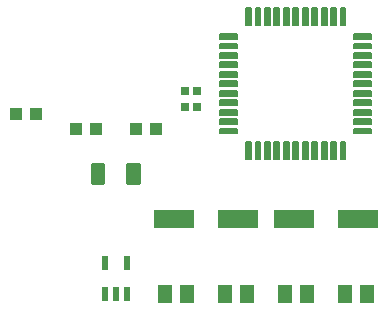
<source format=gbr>
G04 EAGLE Gerber RS-274X export*
G75*
%MOMM*%
%FSLAX34Y34*%
%LPD*%
%INSolderpaste Top*%
%IPPOS*%
%AMOC8*
5,1,8,0,0,1.08239X$1,22.5*%
G01*
%ADD10R,1.100000X1.000000*%
%ADD11R,3.500000X1.600000*%
%ADD12R,0.550000X1.200000*%
%ADD13R,1.300000X1.500000*%
%ADD14C,0.300000*%
%ADD15C,0.137500*%
%ADD16R,0.700000X0.750000*%


D10*
X893200Y571500D03*
X910200Y571500D03*
X842400Y584200D03*
X859400Y584200D03*
X944000Y571500D03*
X961000Y571500D03*
D11*
X1131900Y495300D03*
X1077900Y495300D03*
X976300Y495300D03*
X1030300Y495300D03*
D12*
X917600Y431499D03*
X927100Y431499D03*
X936600Y431499D03*
X936600Y457501D03*
X917600Y457501D03*
D13*
X1019200Y431800D03*
X1038200Y431800D03*
X968400Y431800D03*
X987400Y431800D03*
X1120800Y431800D03*
X1139800Y431800D03*
D14*
X916550Y525800D02*
X907550Y525800D01*
X907550Y541000D01*
X916550Y541000D01*
X916550Y525800D01*
X916550Y528650D02*
X907550Y528650D01*
X907550Y531500D02*
X916550Y531500D01*
X916550Y534350D02*
X907550Y534350D01*
X907550Y537200D02*
X916550Y537200D01*
X916550Y540050D02*
X907550Y540050D01*
X937650Y525800D02*
X946650Y525800D01*
X937650Y525800D02*
X937650Y541000D01*
X946650Y541000D01*
X946650Y525800D01*
X946650Y528650D02*
X937650Y528650D01*
X937650Y531500D02*
X946650Y531500D01*
X946650Y534350D02*
X937650Y534350D01*
X937650Y537200D02*
X946650Y537200D01*
X946650Y540050D02*
X937650Y540050D01*
D13*
X1070000Y431800D03*
X1089000Y431800D03*
D15*
X1041563Y545487D02*
X1041563Y560113D01*
X1041563Y545487D02*
X1037437Y545487D01*
X1037437Y560113D01*
X1041563Y560113D01*
X1041563Y546793D02*
X1037437Y546793D01*
X1037437Y548099D02*
X1041563Y548099D01*
X1041563Y549405D02*
X1037437Y549405D01*
X1037437Y550711D02*
X1041563Y550711D01*
X1041563Y552017D02*
X1037437Y552017D01*
X1037437Y553323D02*
X1041563Y553323D01*
X1041563Y554629D02*
X1037437Y554629D01*
X1037437Y555935D02*
X1041563Y555935D01*
X1041563Y557241D02*
X1037437Y557241D01*
X1037437Y558547D02*
X1041563Y558547D01*
X1041563Y559853D02*
X1037437Y559853D01*
X1049563Y560113D02*
X1049563Y545487D01*
X1045437Y545487D01*
X1045437Y560113D01*
X1049563Y560113D01*
X1049563Y546793D02*
X1045437Y546793D01*
X1045437Y548099D02*
X1049563Y548099D01*
X1049563Y549405D02*
X1045437Y549405D01*
X1045437Y550711D02*
X1049563Y550711D01*
X1049563Y552017D02*
X1045437Y552017D01*
X1045437Y553323D02*
X1049563Y553323D01*
X1049563Y554629D02*
X1045437Y554629D01*
X1045437Y555935D02*
X1049563Y555935D01*
X1049563Y557241D02*
X1045437Y557241D01*
X1045437Y558547D02*
X1049563Y558547D01*
X1049563Y559853D02*
X1045437Y559853D01*
X1057563Y560113D02*
X1057563Y545487D01*
X1053437Y545487D01*
X1053437Y560113D01*
X1057563Y560113D01*
X1057563Y546793D02*
X1053437Y546793D01*
X1053437Y548099D02*
X1057563Y548099D01*
X1057563Y549405D02*
X1053437Y549405D01*
X1053437Y550711D02*
X1057563Y550711D01*
X1057563Y552017D02*
X1053437Y552017D01*
X1053437Y553323D02*
X1057563Y553323D01*
X1057563Y554629D02*
X1053437Y554629D01*
X1053437Y555935D02*
X1057563Y555935D01*
X1057563Y557241D02*
X1053437Y557241D01*
X1053437Y558547D02*
X1057563Y558547D01*
X1057563Y559853D02*
X1053437Y559853D01*
X1065563Y560113D02*
X1065563Y545487D01*
X1061437Y545487D01*
X1061437Y560113D01*
X1065563Y560113D01*
X1065563Y546793D02*
X1061437Y546793D01*
X1061437Y548099D02*
X1065563Y548099D01*
X1065563Y549405D02*
X1061437Y549405D01*
X1061437Y550711D02*
X1065563Y550711D01*
X1065563Y552017D02*
X1061437Y552017D01*
X1061437Y553323D02*
X1065563Y553323D01*
X1065563Y554629D02*
X1061437Y554629D01*
X1061437Y555935D02*
X1065563Y555935D01*
X1065563Y557241D02*
X1061437Y557241D01*
X1061437Y558547D02*
X1065563Y558547D01*
X1065563Y559853D02*
X1061437Y559853D01*
X1073563Y560113D02*
X1073563Y545487D01*
X1069437Y545487D01*
X1069437Y560113D01*
X1073563Y560113D01*
X1073563Y546793D02*
X1069437Y546793D01*
X1069437Y548099D02*
X1073563Y548099D01*
X1073563Y549405D02*
X1069437Y549405D01*
X1069437Y550711D02*
X1073563Y550711D01*
X1073563Y552017D02*
X1069437Y552017D01*
X1069437Y553323D02*
X1073563Y553323D01*
X1073563Y554629D02*
X1069437Y554629D01*
X1069437Y555935D02*
X1073563Y555935D01*
X1073563Y557241D02*
X1069437Y557241D01*
X1069437Y558547D02*
X1073563Y558547D01*
X1073563Y559853D02*
X1069437Y559853D01*
X1081563Y560113D02*
X1081563Y545487D01*
X1077437Y545487D01*
X1077437Y560113D01*
X1081563Y560113D01*
X1081563Y546793D02*
X1077437Y546793D01*
X1077437Y548099D02*
X1081563Y548099D01*
X1081563Y549405D02*
X1077437Y549405D01*
X1077437Y550711D02*
X1081563Y550711D01*
X1081563Y552017D02*
X1077437Y552017D01*
X1077437Y553323D02*
X1081563Y553323D01*
X1081563Y554629D02*
X1077437Y554629D01*
X1077437Y555935D02*
X1081563Y555935D01*
X1081563Y557241D02*
X1077437Y557241D01*
X1077437Y558547D02*
X1081563Y558547D01*
X1081563Y559853D02*
X1077437Y559853D01*
X1089563Y560113D02*
X1089563Y545487D01*
X1085437Y545487D01*
X1085437Y560113D01*
X1089563Y560113D01*
X1089563Y546793D02*
X1085437Y546793D01*
X1085437Y548099D02*
X1089563Y548099D01*
X1089563Y549405D02*
X1085437Y549405D01*
X1085437Y550711D02*
X1089563Y550711D01*
X1089563Y552017D02*
X1085437Y552017D01*
X1085437Y553323D02*
X1089563Y553323D01*
X1089563Y554629D02*
X1085437Y554629D01*
X1085437Y555935D02*
X1089563Y555935D01*
X1089563Y557241D02*
X1085437Y557241D01*
X1085437Y558547D02*
X1089563Y558547D01*
X1089563Y559853D02*
X1085437Y559853D01*
X1097563Y560113D02*
X1097563Y545487D01*
X1093437Y545487D01*
X1093437Y560113D01*
X1097563Y560113D01*
X1097563Y546793D02*
X1093437Y546793D01*
X1093437Y548099D02*
X1097563Y548099D01*
X1097563Y549405D02*
X1093437Y549405D01*
X1093437Y550711D02*
X1097563Y550711D01*
X1097563Y552017D02*
X1093437Y552017D01*
X1093437Y553323D02*
X1097563Y553323D01*
X1097563Y554629D02*
X1093437Y554629D01*
X1093437Y555935D02*
X1097563Y555935D01*
X1097563Y557241D02*
X1093437Y557241D01*
X1093437Y558547D02*
X1097563Y558547D01*
X1097563Y559853D02*
X1093437Y559853D01*
X1105563Y560113D02*
X1105563Y545487D01*
X1101437Y545487D01*
X1101437Y560113D01*
X1105563Y560113D01*
X1105563Y546793D02*
X1101437Y546793D01*
X1101437Y548099D02*
X1105563Y548099D01*
X1105563Y549405D02*
X1101437Y549405D01*
X1101437Y550711D02*
X1105563Y550711D01*
X1105563Y552017D02*
X1101437Y552017D01*
X1101437Y553323D02*
X1105563Y553323D01*
X1105563Y554629D02*
X1101437Y554629D01*
X1101437Y555935D02*
X1105563Y555935D01*
X1105563Y557241D02*
X1101437Y557241D01*
X1101437Y558547D02*
X1105563Y558547D01*
X1105563Y559853D02*
X1101437Y559853D01*
X1113563Y560113D02*
X1113563Y545487D01*
X1109437Y545487D01*
X1109437Y560113D01*
X1113563Y560113D01*
X1113563Y546793D02*
X1109437Y546793D01*
X1109437Y548099D02*
X1113563Y548099D01*
X1113563Y549405D02*
X1109437Y549405D01*
X1109437Y550711D02*
X1113563Y550711D01*
X1113563Y552017D02*
X1109437Y552017D01*
X1109437Y553323D02*
X1113563Y553323D01*
X1113563Y554629D02*
X1109437Y554629D01*
X1109437Y555935D02*
X1113563Y555935D01*
X1113563Y557241D02*
X1109437Y557241D01*
X1109437Y558547D02*
X1113563Y558547D01*
X1113563Y559853D02*
X1109437Y559853D01*
X1121563Y560113D02*
X1121563Y545487D01*
X1117437Y545487D01*
X1117437Y560113D01*
X1121563Y560113D01*
X1121563Y546793D02*
X1117437Y546793D01*
X1117437Y548099D02*
X1121563Y548099D01*
X1121563Y549405D02*
X1117437Y549405D01*
X1117437Y550711D02*
X1121563Y550711D01*
X1121563Y552017D02*
X1117437Y552017D01*
X1117437Y553323D02*
X1121563Y553323D01*
X1121563Y554629D02*
X1117437Y554629D01*
X1117437Y555935D02*
X1121563Y555935D01*
X1121563Y557241D02*
X1117437Y557241D01*
X1117437Y558547D02*
X1121563Y558547D01*
X1121563Y559853D02*
X1117437Y559853D01*
X1121563Y659087D02*
X1121563Y673713D01*
X1121563Y659087D02*
X1117437Y659087D01*
X1117437Y673713D01*
X1121563Y673713D01*
X1121563Y660393D02*
X1117437Y660393D01*
X1117437Y661699D02*
X1121563Y661699D01*
X1121563Y663005D02*
X1117437Y663005D01*
X1117437Y664311D02*
X1121563Y664311D01*
X1121563Y665617D02*
X1117437Y665617D01*
X1117437Y666923D02*
X1121563Y666923D01*
X1121563Y668229D02*
X1117437Y668229D01*
X1117437Y669535D02*
X1121563Y669535D01*
X1121563Y670841D02*
X1117437Y670841D01*
X1117437Y672147D02*
X1121563Y672147D01*
X1121563Y673453D02*
X1117437Y673453D01*
X1113563Y673713D02*
X1113563Y659087D01*
X1109437Y659087D01*
X1109437Y673713D01*
X1113563Y673713D01*
X1113563Y660393D02*
X1109437Y660393D01*
X1109437Y661699D02*
X1113563Y661699D01*
X1113563Y663005D02*
X1109437Y663005D01*
X1109437Y664311D02*
X1113563Y664311D01*
X1113563Y665617D02*
X1109437Y665617D01*
X1109437Y666923D02*
X1113563Y666923D01*
X1113563Y668229D02*
X1109437Y668229D01*
X1109437Y669535D02*
X1113563Y669535D01*
X1113563Y670841D02*
X1109437Y670841D01*
X1109437Y672147D02*
X1113563Y672147D01*
X1113563Y673453D02*
X1109437Y673453D01*
X1105563Y673713D02*
X1105563Y659087D01*
X1101437Y659087D01*
X1101437Y673713D01*
X1105563Y673713D01*
X1105563Y660393D02*
X1101437Y660393D01*
X1101437Y661699D02*
X1105563Y661699D01*
X1105563Y663005D02*
X1101437Y663005D01*
X1101437Y664311D02*
X1105563Y664311D01*
X1105563Y665617D02*
X1101437Y665617D01*
X1101437Y666923D02*
X1105563Y666923D01*
X1105563Y668229D02*
X1101437Y668229D01*
X1101437Y669535D02*
X1105563Y669535D01*
X1105563Y670841D02*
X1101437Y670841D01*
X1101437Y672147D02*
X1105563Y672147D01*
X1105563Y673453D02*
X1101437Y673453D01*
X1097563Y673713D02*
X1097563Y659087D01*
X1093437Y659087D01*
X1093437Y673713D01*
X1097563Y673713D01*
X1097563Y660393D02*
X1093437Y660393D01*
X1093437Y661699D02*
X1097563Y661699D01*
X1097563Y663005D02*
X1093437Y663005D01*
X1093437Y664311D02*
X1097563Y664311D01*
X1097563Y665617D02*
X1093437Y665617D01*
X1093437Y666923D02*
X1097563Y666923D01*
X1097563Y668229D02*
X1093437Y668229D01*
X1093437Y669535D02*
X1097563Y669535D01*
X1097563Y670841D02*
X1093437Y670841D01*
X1093437Y672147D02*
X1097563Y672147D01*
X1097563Y673453D02*
X1093437Y673453D01*
X1089563Y673713D02*
X1089563Y659087D01*
X1085437Y659087D01*
X1085437Y673713D01*
X1089563Y673713D01*
X1089563Y660393D02*
X1085437Y660393D01*
X1085437Y661699D02*
X1089563Y661699D01*
X1089563Y663005D02*
X1085437Y663005D01*
X1085437Y664311D02*
X1089563Y664311D01*
X1089563Y665617D02*
X1085437Y665617D01*
X1085437Y666923D02*
X1089563Y666923D01*
X1089563Y668229D02*
X1085437Y668229D01*
X1085437Y669535D02*
X1089563Y669535D01*
X1089563Y670841D02*
X1085437Y670841D01*
X1085437Y672147D02*
X1089563Y672147D01*
X1089563Y673453D02*
X1085437Y673453D01*
X1081563Y673713D02*
X1081563Y659087D01*
X1077437Y659087D01*
X1077437Y673713D01*
X1081563Y673713D01*
X1081563Y660393D02*
X1077437Y660393D01*
X1077437Y661699D02*
X1081563Y661699D01*
X1081563Y663005D02*
X1077437Y663005D01*
X1077437Y664311D02*
X1081563Y664311D01*
X1081563Y665617D02*
X1077437Y665617D01*
X1077437Y666923D02*
X1081563Y666923D01*
X1081563Y668229D02*
X1077437Y668229D01*
X1077437Y669535D02*
X1081563Y669535D01*
X1081563Y670841D02*
X1077437Y670841D01*
X1077437Y672147D02*
X1081563Y672147D01*
X1081563Y673453D02*
X1077437Y673453D01*
X1073563Y673713D02*
X1073563Y659087D01*
X1069437Y659087D01*
X1069437Y673713D01*
X1073563Y673713D01*
X1073563Y660393D02*
X1069437Y660393D01*
X1069437Y661699D02*
X1073563Y661699D01*
X1073563Y663005D02*
X1069437Y663005D01*
X1069437Y664311D02*
X1073563Y664311D01*
X1073563Y665617D02*
X1069437Y665617D01*
X1069437Y666923D02*
X1073563Y666923D01*
X1073563Y668229D02*
X1069437Y668229D01*
X1069437Y669535D02*
X1073563Y669535D01*
X1073563Y670841D02*
X1069437Y670841D01*
X1069437Y672147D02*
X1073563Y672147D01*
X1073563Y673453D02*
X1069437Y673453D01*
X1065563Y673713D02*
X1065563Y659087D01*
X1061437Y659087D01*
X1061437Y673713D01*
X1065563Y673713D01*
X1065563Y660393D02*
X1061437Y660393D01*
X1061437Y661699D02*
X1065563Y661699D01*
X1065563Y663005D02*
X1061437Y663005D01*
X1061437Y664311D02*
X1065563Y664311D01*
X1065563Y665617D02*
X1061437Y665617D01*
X1061437Y666923D02*
X1065563Y666923D01*
X1065563Y668229D02*
X1061437Y668229D01*
X1061437Y669535D02*
X1065563Y669535D01*
X1065563Y670841D02*
X1061437Y670841D01*
X1061437Y672147D02*
X1065563Y672147D01*
X1065563Y673453D02*
X1061437Y673453D01*
X1057563Y673713D02*
X1057563Y659087D01*
X1053437Y659087D01*
X1053437Y673713D01*
X1057563Y673713D01*
X1057563Y660393D02*
X1053437Y660393D01*
X1053437Y661699D02*
X1057563Y661699D01*
X1057563Y663005D02*
X1053437Y663005D01*
X1053437Y664311D02*
X1057563Y664311D01*
X1057563Y665617D02*
X1053437Y665617D01*
X1053437Y666923D02*
X1057563Y666923D01*
X1057563Y668229D02*
X1053437Y668229D01*
X1053437Y669535D02*
X1057563Y669535D01*
X1057563Y670841D02*
X1053437Y670841D01*
X1053437Y672147D02*
X1057563Y672147D01*
X1057563Y673453D02*
X1053437Y673453D01*
X1049563Y673713D02*
X1049563Y659087D01*
X1045437Y659087D01*
X1045437Y673713D01*
X1049563Y673713D01*
X1049563Y660393D02*
X1045437Y660393D01*
X1045437Y661699D02*
X1049563Y661699D01*
X1049563Y663005D02*
X1045437Y663005D01*
X1045437Y664311D02*
X1049563Y664311D01*
X1049563Y665617D02*
X1045437Y665617D01*
X1045437Y666923D02*
X1049563Y666923D01*
X1049563Y668229D02*
X1045437Y668229D01*
X1045437Y669535D02*
X1049563Y669535D01*
X1049563Y670841D02*
X1045437Y670841D01*
X1045437Y672147D02*
X1049563Y672147D01*
X1049563Y673453D02*
X1045437Y673453D01*
X1041563Y673713D02*
X1041563Y659087D01*
X1037437Y659087D01*
X1037437Y673713D01*
X1041563Y673713D01*
X1041563Y660393D02*
X1037437Y660393D01*
X1037437Y661699D02*
X1041563Y661699D01*
X1041563Y663005D02*
X1037437Y663005D01*
X1037437Y664311D02*
X1041563Y664311D01*
X1041563Y665617D02*
X1037437Y665617D01*
X1037437Y666923D02*
X1041563Y666923D01*
X1041563Y668229D02*
X1037437Y668229D01*
X1037437Y669535D02*
X1041563Y669535D01*
X1041563Y670841D02*
X1037437Y670841D01*
X1037437Y672147D02*
X1041563Y672147D01*
X1041563Y673453D02*
X1037437Y673453D01*
X1030013Y647537D02*
X1015387Y647537D01*
X1015387Y651663D01*
X1030013Y651663D01*
X1030013Y647537D01*
X1030013Y648843D02*
X1015387Y648843D01*
X1015387Y650149D02*
X1030013Y650149D01*
X1030013Y651455D02*
X1015387Y651455D01*
X1015387Y639537D02*
X1030013Y639537D01*
X1015387Y639537D02*
X1015387Y643663D01*
X1030013Y643663D01*
X1030013Y639537D01*
X1030013Y640843D02*
X1015387Y640843D01*
X1015387Y642149D02*
X1030013Y642149D01*
X1030013Y643455D02*
X1015387Y643455D01*
X1015387Y631537D02*
X1030013Y631537D01*
X1015387Y631537D02*
X1015387Y635663D01*
X1030013Y635663D01*
X1030013Y631537D01*
X1030013Y632843D02*
X1015387Y632843D01*
X1015387Y634149D02*
X1030013Y634149D01*
X1030013Y635455D02*
X1015387Y635455D01*
X1015387Y623537D02*
X1030013Y623537D01*
X1015387Y623537D02*
X1015387Y627663D01*
X1030013Y627663D01*
X1030013Y623537D01*
X1030013Y624843D02*
X1015387Y624843D01*
X1015387Y626149D02*
X1030013Y626149D01*
X1030013Y627455D02*
X1015387Y627455D01*
X1015387Y615537D02*
X1030013Y615537D01*
X1015387Y615537D02*
X1015387Y619663D01*
X1030013Y619663D01*
X1030013Y615537D01*
X1030013Y616843D02*
X1015387Y616843D01*
X1015387Y618149D02*
X1030013Y618149D01*
X1030013Y619455D02*
X1015387Y619455D01*
X1015387Y607537D02*
X1030013Y607537D01*
X1015387Y607537D02*
X1015387Y611663D01*
X1030013Y611663D01*
X1030013Y607537D01*
X1030013Y608843D02*
X1015387Y608843D01*
X1015387Y610149D02*
X1030013Y610149D01*
X1030013Y611455D02*
X1015387Y611455D01*
X1015387Y599537D02*
X1030013Y599537D01*
X1015387Y599537D02*
X1015387Y603663D01*
X1030013Y603663D01*
X1030013Y599537D01*
X1030013Y600843D02*
X1015387Y600843D01*
X1015387Y602149D02*
X1030013Y602149D01*
X1030013Y603455D02*
X1015387Y603455D01*
X1015387Y591537D02*
X1030013Y591537D01*
X1015387Y591537D02*
X1015387Y595663D01*
X1030013Y595663D01*
X1030013Y591537D01*
X1030013Y592843D02*
X1015387Y592843D01*
X1015387Y594149D02*
X1030013Y594149D01*
X1030013Y595455D02*
X1015387Y595455D01*
X1015387Y583537D02*
X1030013Y583537D01*
X1015387Y583537D02*
X1015387Y587663D01*
X1030013Y587663D01*
X1030013Y583537D01*
X1030013Y584843D02*
X1015387Y584843D01*
X1015387Y586149D02*
X1030013Y586149D01*
X1030013Y587455D02*
X1015387Y587455D01*
X1015387Y575537D02*
X1030013Y575537D01*
X1015387Y575537D02*
X1015387Y579663D01*
X1030013Y579663D01*
X1030013Y575537D01*
X1030013Y576843D02*
X1015387Y576843D01*
X1015387Y578149D02*
X1030013Y578149D01*
X1030013Y579455D02*
X1015387Y579455D01*
X1015387Y567537D02*
X1030013Y567537D01*
X1015387Y567537D02*
X1015387Y571663D01*
X1030013Y571663D01*
X1030013Y567537D01*
X1030013Y568843D02*
X1015387Y568843D01*
X1015387Y570149D02*
X1030013Y570149D01*
X1030013Y571455D02*
X1015387Y571455D01*
X1128987Y567537D02*
X1143613Y567537D01*
X1128987Y567537D02*
X1128987Y571663D01*
X1143613Y571663D01*
X1143613Y567537D01*
X1143613Y568843D02*
X1128987Y568843D01*
X1128987Y570149D02*
X1143613Y570149D01*
X1143613Y571455D02*
X1128987Y571455D01*
X1128987Y575537D02*
X1143613Y575537D01*
X1128987Y575537D02*
X1128987Y579663D01*
X1143613Y579663D01*
X1143613Y575537D01*
X1143613Y576843D02*
X1128987Y576843D01*
X1128987Y578149D02*
X1143613Y578149D01*
X1143613Y579455D02*
X1128987Y579455D01*
X1128987Y583537D02*
X1143613Y583537D01*
X1128987Y583537D02*
X1128987Y587663D01*
X1143613Y587663D01*
X1143613Y583537D01*
X1143613Y584843D02*
X1128987Y584843D01*
X1128987Y586149D02*
X1143613Y586149D01*
X1143613Y587455D02*
X1128987Y587455D01*
X1128987Y591537D02*
X1143613Y591537D01*
X1128987Y591537D02*
X1128987Y595663D01*
X1143613Y595663D01*
X1143613Y591537D01*
X1143613Y592843D02*
X1128987Y592843D01*
X1128987Y594149D02*
X1143613Y594149D01*
X1143613Y595455D02*
X1128987Y595455D01*
X1128987Y599537D02*
X1143613Y599537D01*
X1128987Y599537D02*
X1128987Y603663D01*
X1143613Y603663D01*
X1143613Y599537D01*
X1143613Y600843D02*
X1128987Y600843D01*
X1128987Y602149D02*
X1143613Y602149D01*
X1143613Y603455D02*
X1128987Y603455D01*
X1128987Y607537D02*
X1143613Y607537D01*
X1128987Y607537D02*
X1128987Y611663D01*
X1143613Y611663D01*
X1143613Y607537D01*
X1143613Y608843D02*
X1128987Y608843D01*
X1128987Y610149D02*
X1143613Y610149D01*
X1143613Y611455D02*
X1128987Y611455D01*
X1128987Y615537D02*
X1143613Y615537D01*
X1128987Y615537D02*
X1128987Y619663D01*
X1143613Y619663D01*
X1143613Y615537D01*
X1143613Y616843D02*
X1128987Y616843D01*
X1128987Y618149D02*
X1143613Y618149D01*
X1143613Y619455D02*
X1128987Y619455D01*
X1128987Y623537D02*
X1143613Y623537D01*
X1128987Y623537D02*
X1128987Y627663D01*
X1143613Y627663D01*
X1143613Y623537D01*
X1143613Y624843D02*
X1128987Y624843D01*
X1128987Y626149D02*
X1143613Y626149D01*
X1143613Y627455D02*
X1128987Y627455D01*
X1128987Y631537D02*
X1143613Y631537D01*
X1128987Y631537D02*
X1128987Y635663D01*
X1143613Y635663D01*
X1143613Y631537D01*
X1143613Y632843D02*
X1128987Y632843D01*
X1128987Y634149D02*
X1143613Y634149D01*
X1143613Y635455D02*
X1128987Y635455D01*
X1128987Y639537D02*
X1143613Y639537D01*
X1128987Y639537D02*
X1128987Y643663D01*
X1143613Y643663D01*
X1143613Y639537D01*
X1143613Y640843D02*
X1128987Y640843D01*
X1128987Y642149D02*
X1143613Y642149D01*
X1143613Y643455D02*
X1128987Y643455D01*
X1128987Y647537D02*
X1143613Y647537D01*
X1128987Y647537D02*
X1128987Y651663D01*
X1143613Y651663D01*
X1143613Y647537D01*
X1143613Y648843D02*
X1128987Y648843D01*
X1128987Y650149D02*
X1143613Y650149D01*
X1143613Y651455D02*
X1128987Y651455D01*
D16*
X985600Y603650D03*
X985600Y590150D03*
X995600Y590150D03*
X995600Y603650D03*
M02*

</source>
